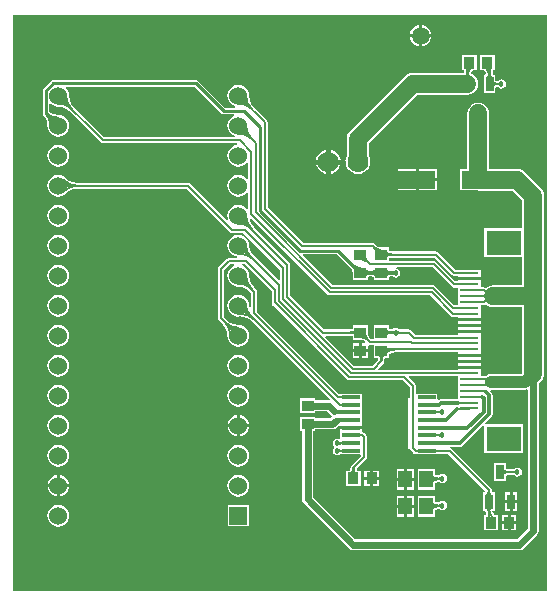
<source format=gtl>
%FSLAX25Y25*%
%MOIN*%
G70*
G01*
G75*
G04 Layer_Physical_Order=1*
G04 Layer_Color=255*
%ADD10C,0.00800*%
%ADD11C,0.01000*%
%ADD12R,0.05906X0.01181*%
%ADD13R,0.11811X0.15748*%
%ADD14R,0.02756X0.04921*%
%ADD15R,0.04567X0.05787*%
%ADD16R,0.03858X0.03661*%
%ADD17R,0.03661X0.03858*%
%ADD18R,0.11811X0.05906*%
%ADD19R,0.11811X0.08268*%
%ADD20R,0.06299X0.00787*%
%ADD21C,0.01600*%
%ADD22C,0.06000*%
%ADD23C,0.04000*%
%ADD24C,0.02400*%
%ADD25C,0.01200*%
%ADD26R,0.13106X0.17374*%
%ADD27C,0.05906*%
%ADD28C,0.06000*%
%ADD29R,0.06000X0.06000*%
%ADD30C,0.07000*%
%ADD31C,0.01800*%
G36*
X278987Y111013D02*
X101013D01*
Y302987D01*
X278987D01*
Y111013D01*
D02*
G37*
%LPC*%
G36*
X176500Y169565D02*
Y166500D01*
X179565D01*
X179507Y166940D01*
X179145Y167815D01*
X178568Y168568D01*
X177815Y169145D01*
X176940Y169507D01*
X176500Y169565D01*
D02*
G37*
G36*
X116000Y179631D02*
X115060Y179507D01*
X114184Y179145D01*
X113432Y178568D01*
X112855Y177815D01*
X112493Y176940D01*
X112369Y176000D01*
X112493Y175060D01*
X112855Y174185D01*
X113432Y173432D01*
X114184Y172855D01*
X115060Y172493D01*
X116000Y172369D01*
X116940Y172493D01*
X117815Y172855D01*
X118568Y173432D01*
X119145Y174185D01*
X119507Y175060D01*
X119631Y176000D01*
X119507Y176940D01*
X119145Y177815D01*
X118568Y178568D01*
X117815Y179145D01*
X116940Y179507D01*
X116000Y179631D01*
D02*
G37*
G36*
X175500Y169565D02*
X175060Y169507D01*
X174185Y169145D01*
X173432Y168568D01*
X172855Y167815D01*
X172493Y166940D01*
X172435Y166500D01*
X175500D01*
Y169565D01*
D02*
G37*
G36*
Y165500D02*
X172435D01*
X172493Y165060D01*
X172855Y164184D01*
X173432Y163432D01*
X174185Y162855D01*
X175060Y162493D01*
X175500Y162435D01*
Y165500D01*
D02*
G37*
G36*
X179565D02*
X176500D01*
Y162435D01*
X176940Y162493D01*
X177815Y162855D01*
X178568Y163432D01*
X179145Y164184D01*
X179507Y165060D01*
X179565Y165500D01*
D02*
G37*
G36*
X116000Y199631D02*
X115060Y199507D01*
X114184Y199145D01*
X113432Y198568D01*
X112855Y197816D01*
X112493Y196940D01*
X112369Y196000D01*
X112493Y195060D01*
X112855Y194185D01*
X113432Y193432D01*
X114184Y192855D01*
X115060Y192493D01*
X116000Y192369D01*
X116940Y192493D01*
X117815Y192855D01*
X118568Y193432D01*
X119145Y194185D01*
X119507Y195060D01*
X119631Y196000D01*
X119507Y196940D01*
X119145Y197816D01*
X118568Y198568D01*
X117815Y199145D01*
X116940Y199507D01*
X116000Y199631D01*
D02*
G37*
G36*
Y209631D02*
X115060Y209507D01*
X114184Y209145D01*
X113432Y208568D01*
X112855Y207816D01*
X112493Y206940D01*
X112369Y206000D01*
X112493Y205060D01*
X112855Y204185D01*
X113432Y203432D01*
X114184Y202855D01*
X115060Y202493D01*
X116000Y202369D01*
X116940Y202493D01*
X117815Y202855D01*
X118568Y203432D01*
X119145Y204185D01*
X119507Y205060D01*
X119631Y206000D01*
X119507Y206940D01*
X119145Y207816D01*
X118568Y208568D01*
X117815Y209145D01*
X116940Y209507D01*
X116000Y209631D01*
D02*
G37*
G36*
X176000Y189631D02*
X175060Y189507D01*
X174185Y189145D01*
X173432Y188568D01*
X172855Y187815D01*
X172493Y186940D01*
X172369Y186000D01*
X172493Y185060D01*
X172855Y184185D01*
X173432Y183432D01*
X174185Y182855D01*
X175060Y182493D01*
X176000Y182369D01*
X176940Y182493D01*
X177815Y182855D01*
X178568Y183432D01*
X179145Y184185D01*
X179507Y185060D01*
X179631Y186000D01*
X179507Y186940D01*
X179145Y187815D01*
X178568Y188568D01*
X177815Y189145D01*
X176940Y189507D01*
X176000Y189631D01*
D02*
G37*
G36*
Y179631D02*
X175060Y179507D01*
X174185Y179145D01*
X173432Y178568D01*
X172855Y177815D01*
X172493Y176940D01*
X172369Y176000D01*
X172493Y175060D01*
X172855Y174185D01*
X173432Y173432D01*
X174185Y172855D01*
X175060Y172493D01*
X176000Y172369D01*
X176940Y172493D01*
X177815Y172855D01*
X178568Y173432D01*
X179145Y174185D01*
X179507Y175060D01*
X179631Y176000D01*
X179507Y176940D01*
X179145Y177815D01*
X178568Y178568D01*
X177815Y179145D01*
X176940Y179507D01*
X176000Y179631D01*
D02*
G37*
G36*
X116000Y189631D02*
X115060Y189507D01*
X114184Y189145D01*
X113432Y188568D01*
X112855Y187815D01*
X112493Y186940D01*
X112369Y186000D01*
X112493Y185060D01*
X112855Y184185D01*
X113432Y183432D01*
X114184Y182855D01*
X115060Y182493D01*
X116000Y182369D01*
X116940Y182493D01*
X117815Y182855D01*
X118568Y183432D01*
X119145Y184185D01*
X119507Y185060D01*
X119631Y186000D01*
X119507Y186940D01*
X119145Y187815D01*
X118568Y188568D01*
X117815Y189145D01*
X116940Y189507D01*
X116000Y189631D01*
D02*
G37*
G36*
X115500Y145500D02*
X112435D01*
X112493Y145060D01*
X112855Y144185D01*
X113432Y143432D01*
X114184Y142855D01*
X115060Y142493D01*
X115500Y142435D01*
Y145500D01*
D02*
G37*
G36*
X119565D02*
X116500D01*
Y142435D01*
X116940Y142493D01*
X117815Y142855D01*
X118568Y143432D01*
X119145Y144185D01*
X119507Y145060D01*
X119565Y145500D01*
D02*
G37*
G36*
X176000Y149631D02*
X175060Y149507D01*
X174185Y149145D01*
X173432Y148568D01*
X172855Y147816D01*
X172493Y146940D01*
X172369Y146000D01*
X172493Y145060D01*
X172855Y144185D01*
X173432Y143432D01*
X174185Y142855D01*
X175060Y142493D01*
X176000Y142369D01*
X176940Y142493D01*
X177815Y142855D01*
X178568Y143432D01*
X179145Y144185D01*
X179507Y145060D01*
X179631Y146000D01*
X179507Y146940D01*
X179145Y147816D01*
X178568Y148568D01*
X177815Y149145D01*
X176940Y149507D01*
X176000Y149631D01*
D02*
G37*
G36*
X116000Y139631D02*
X115060Y139507D01*
X114184Y139145D01*
X113432Y138568D01*
X112855Y137815D01*
X112493Y136940D01*
X112369Y136000D01*
X112493Y135060D01*
X112855Y134185D01*
X113432Y133432D01*
X114184Y132855D01*
X115060Y132493D01*
X116000Y132369D01*
X116940Y132493D01*
X117815Y132855D01*
X118568Y133432D01*
X119145Y134185D01*
X119507Y135060D01*
X119631Y136000D01*
X119507Y136940D01*
X119145Y137815D01*
X118568Y138568D01*
X117815Y139145D01*
X116940Y139507D01*
X116000Y139631D01*
D02*
G37*
G36*
X179600Y139600D02*
X172400D01*
Y132400D01*
X179600D01*
Y139600D01*
D02*
G37*
G36*
X176000Y159631D02*
X175060Y159507D01*
X174185Y159145D01*
X173432Y158568D01*
X172855Y157816D01*
X172493Y156940D01*
X172369Y156000D01*
X172493Y155060D01*
X172855Y154184D01*
X173432Y153432D01*
X174185Y152855D01*
X175060Y152493D01*
X176000Y152369D01*
X176940Y152493D01*
X177815Y152855D01*
X178568Y153432D01*
X179145Y154184D01*
X179507Y155060D01*
X179631Y156000D01*
X179507Y156940D01*
X179145Y157816D01*
X178568Y158568D01*
X177815Y159145D01*
X176940Y159507D01*
X176000Y159631D01*
D02*
G37*
G36*
X116000Y169631D02*
X115060Y169507D01*
X114184Y169145D01*
X113432Y168568D01*
X112855Y167815D01*
X112493Y166940D01*
X112369Y166000D01*
X112493Y165060D01*
X112855Y164184D01*
X113432Y163432D01*
X114184Y162855D01*
X115060Y162493D01*
X116000Y162369D01*
X116940Y162493D01*
X117815Y162855D01*
X118568Y163432D01*
X119145Y164184D01*
X119507Y165060D01*
X119631Y166000D01*
X119507Y166940D01*
X119145Y167815D01*
X118568Y168568D01*
X117815Y169145D01*
X116940Y169507D01*
X116000Y169631D01*
D02*
G37*
G36*
Y159631D02*
X115060Y159507D01*
X114184Y159145D01*
X113432Y158568D01*
X112855Y157816D01*
X112493Y156940D01*
X112369Y156000D01*
X112493Y155060D01*
X112855Y154184D01*
X113432Y153432D01*
X114184Y152855D01*
X115060Y152493D01*
X116000Y152369D01*
X116940Y152493D01*
X117815Y152855D01*
X118568Y153432D01*
X119145Y154184D01*
X119507Y155060D01*
X119631Y156000D01*
X119507Y156940D01*
X119145Y157816D01*
X118568Y158568D01*
X117815Y159145D01*
X116940Y159507D01*
X116000Y159631D01*
D02*
G37*
G36*
X115500Y149565D02*
X115060Y149507D01*
X114184Y149145D01*
X113432Y148568D01*
X112855Y147816D01*
X112493Y146940D01*
X112435Y146500D01*
X115500D01*
Y149565D01*
D02*
G37*
G36*
X116500D02*
Y146500D01*
X119565D01*
X119507Y146940D01*
X119145Y147816D01*
X118568Y148568D01*
X117815Y149145D01*
X116940Y149507D01*
X116500Y149565D01*
D02*
G37*
G36*
X242269Y251553D02*
X236264D01*
Y248500D01*
X242269D01*
Y251553D01*
D02*
G37*
G36*
X205500Y253500D02*
X201930D01*
X202006Y252930D01*
X202419Y251932D01*
X203076Y251076D01*
X203932Y250419D01*
X204930Y250006D01*
X205500Y249931D01*
Y253500D01*
D02*
G37*
G36*
X210069D02*
X206500D01*
Y249931D01*
X207070Y250006D01*
X208068Y250419D01*
X208924Y251076D01*
X209581Y251932D01*
X209995Y252930D01*
X210069Y253500D01*
D02*
G37*
G36*
X235264Y247500D02*
X229258D01*
Y244447D01*
X235264D01*
Y247500D01*
D02*
G37*
G36*
X242269D02*
X236264D01*
Y244447D01*
X242269D01*
Y247500D01*
D02*
G37*
G36*
X235264Y251553D02*
X229258D01*
Y248500D01*
X235264D01*
Y251553D01*
D02*
G37*
G36*
X116000Y259631D02*
X115060Y259507D01*
X114184Y259145D01*
X113432Y258568D01*
X112855Y257816D01*
X112493Y256940D01*
X112369Y256000D01*
X112493Y255060D01*
X112855Y254185D01*
X113432Y253432D01*
X114184Y252855D01*
X115060Y252493D01*
X116000Y252369D01*
X116940Y252493D01*
X117815Y252855D01*
X118568Y253432D01*
X119145Y254185D01*
X119507Y255060D01*
X119631Y256000D01*
X119507Y256940D01*
X119145Y257816D01*
X118568Y258568D01*
X117815Y259145D01*
X116940Y259507D01*
X116000Y259631D01*
D02*
G37*
G36*
X236300Y295500D02*
X233282D01*
X233339Y295073D01*
X233697Y294208D01*
X234266Y293466D01*
X235008Y292897D01*
X235873Y292539D01*
X236300Y292482D01*
Y295500D01*
D02*
G37*
G36*
X255399Y289529D02*
X250538D01*
Y284471D01*
X251240D01*
Y283843D01*
X251217Y283668D01*
D01*
Y283668D01*
X251101Y283552D01*
X234121D01*
X233182Y283429D01*
X232306Y283066D01*
X231554Y282489D01*
X213275Y264210D01*
X212698Y263458D01*
X212335Y262582D01*
X212211Y261643D01*
Y255948D01*
X211848Y255070D01*
X211707Y254000D01*
X211848Y252930D01*
X212261Y251932D01*
X212918Y251076D01*
X213775Y250419D01*
X214772Y250006D01*
X215843Y249865D01*
X216913Y250006D01*
X217910Y250419D01*
X218767Y251076D01*
X219424Y251932D01*
X219837Y252930D01*
X219978Y254000D01*
X219837Y255070D01*
X219474Y255948D01*
Y260139D01*
X235625Y276290D01*
X252260D01*
X253200Y276414D01*
X254075Y276777D01*
X254185Y276861D01*
X254238D01*
Y276901D01*
X254827Y277354D01*
X255404Y278106D01*
X255767Y278981D01*
X255891Y279921D01*
X255767Y280861D01*
X255404Y281737D01*
X254827Y282489D01*
X254238Y282941D01*
Y282982D01*
X254185D01*
X254075Y283066D01*
X253879Y283147D01*
X253688Y283609D01*
X253920Y284169D01*
X254152Y284471D01*
X255399D01*
Y289529D01*
D02*
G37*
G36*
X161900Y281222D02*
X161900Y281222D01*
X114302D01*
X114302Y281222D01*
X113873Y281136D01*
X113509Y280893D01*
X111107Y278491D01*
X110864Y278128D01*
X110778Y277698D01*
X110778Y277698D01*
Y270100D01*
X110778Y270100D01*
X110864Y269671D01*
X111107Y269307D01*
X111107Y269307D01*
D01*
X111100Y269300D01*
X111164Y269247D01*
X111806Y268410D01*
X112242Y267358D01*
X112391Y266230D01*
X112374Y266104D01*
X112374D01*
X112381Y266096D01*
X112369Y266000D01*
X112493Y265060D01*
X112855Y264184D01*
X113432Y263433D01*
X114184Y262855D01*
X115060Y262493D01*
X116000Y262369D01*
X116940Y262493D01*
X117815Y262855D01*
X118568Y263433D01*
X119145Y264184D01*
X119507Y265060D01*
X119631Y266000D01*
X119507Y266940D01*
X119145Y267815D01*
X118568Y268567D01*
X117815Y269145D01*
X116940Y269507D01*
X116000Y269631D01*
X115904Y269619D01*
X115896Y269626D01*
Y269626D01*
X115770Y269609D01*
X114642Y269758D01*
X113590Y270194D01*
X113022Y270630D01*
Y273183D01*
X113470Y273404D01*
X114184Y272855D01*
X115060Y272493D01*
X116000Y272369D01*
X116099Y272382D01*
X117365Y272216D01*
X118636Y271689D01*
X119623Y270932D01*
X119706Y270830D01*
X119718Y270841D01*
X130179Y260379D01*
X130510Y260158D01*
X130900Y260080D01*
X175591D01*
X175623Y259581D01*
X175060Y259507D01*
X174185Y259145D01*
X173432Y258568D01*
X172855Y257816D01*
X172493Y256940D01*
X172369Y256000D01*
X172493Y255060D01*
X172855Y254185D01*
X173432Y253432D01*
X174185Y252855D01*
X175060Y252493D01*
X176000Y252369D01*
X176940Y252493D01*
X177815Y252855D01*
X178568Y253432D01*
X178887Y253849D01*
X179360Y253688D01*
Y248312D01*
X178887Y248151D01*
X178568Y248568D01*
X177815Y249145D01*
X176940Y249507D01*
X176000Y249631D01*
X175060Y249507D01*
X174185Y249145D01*
X173432Y248568D01*
X172855Y247815D01*
X172493Y246940D01*
X172369Y246000D01*
X172493Y245060D01*
X172855Y244184D01*
X173432Y243432D01*
X174185Y242855D01*
X175060Y242493D01*
X176000Y242369D01*
X176940Y242493D01*
X177815Y242855D01*
X178568Y243432D01*
X178887Y243848D01*
X179360Y243688D01*
Y238312D01*
X178887Y238152D01*
X178568Y238567D01*
X177815Y239145D01*
X176940Y239507D01*
X176000Y239631D01*
X175060Y239507D01*
X174185Y239145D01*
X173432Y238567D01*
X172855Y237815D01*
X172493Y236940D01*
X172369Y236000D01*
X172493Y235060D01*
X172717Y234518D01*
X172301Y234241D01*
X159821Y246721D01*
X159490Y246942D01*
X159100Y247020D01*
X122277D01*
Y247035D01*
X122145Y247022D01*
X120912Y247184D01*
X119641Y247711D01*
X118629Y248488D01*
X118568Y248568D01*
X117815Y249145D01*
X116940Y249507D01*
X116000Y249631D01*
X115060Y249507D01*
X114184Y249145D01*
X113432Y248568D01*
X112855Y247815D01*
X112493Y246940D01*
X112369Y246000D01*
X112493Y245060D01*
X112855Y244184D01*
X113432Y243432D01*
X114184Y242855D01*
X115060Y242493D01*
X116000Y242369D01*
X116940Y242493D01*
X117815Y242855D01*
X118568Y243432D01*
X118629Y243512D01*
X119641Y244289D01*
X120912Y244815D01*
X122145Y244978D01*
X122277Y244965D01*
Y244980D01*
X158678D01*
X173179Y230479D01*
X173510Y230258D01*
X173900Y230180D01*
X177678D01*
X189880Y217978D01*
Y214709D01*
X189418Y214518D01*
X182003Y221933D01*
X182019Y221948D01*
X181850Y222087D01*
X180786Y223150D01*
X180160Y223966D01*
X179754Y224947D01*
X179623Y225940D01*
X179631Y226000D01*
X179507Y226940D01*
X179145Y227816D01*
X178568Y228568D01*
X177815Y229145D01*
X176940Y229507D01*
X176000Y229631D01*
X175060Y229507D01*
X174185Y229145D01*
X173432Y228568D01*
X172855Y227816D01*
X172493Y226940D01*
X172369Y226000D01*
X172493Y225060D01*
X172855Y224184D01*
X173432Y223432D01*
X174185Y222855D01*
X175060Y222493D01*
X175623Y222418D01*
X175591Y221920D01*
X172800D01*
X172410Y221842D01*
X172079Y221621D01*
X169379Y218921D01*
X169158Y218590D01*
X169080Y218200D01*
Y201900D01*
X169080Y201900D01*
X169080D01*
X169158Y201510D01*
X169379Y201179D01*
X170841Y199717D01*
X170829Y199706D01*
X170932Y199622D01*
X171689Y198636D01*
X172215Y197364D01*
X172382Y196099D01*
X172369Y196000D01*
X172493Y195060D01*
X172855Y194185D01*
X173432Y193432D01*
X174185Y192855D01*
X175060Y192493D01*
X176000Y192369D01*
X176940Y192493D01*
X177815Y192855D01*
X178568Y193432D01*
X179145Y194185D01*
X179507Y195060D01*
X179631Y196000D01*
X179507Y196940D01*
X179145Y197816D01*
X178568Y198568D01*
X177815Y199145D01*
X176940Y199507D01*
X176000Y199631D01*
X175901Y199618D01*
X174636Y199785D01*
X173364Y200311D01*
X172378Y201068D01*
X172293Y201170D01*
X172283Y201159D01*
X171120Y202322D01*
Y217778D01*
X173222Y219880D01*
X174679D01*
X174777Y219390D01*
X174185Y219145D01*
X173432Y218567D01*
X172855Y217815D01*
X172493Y216940D01*
X172369Y216000D01*
X172493Y215060D01*
X172855Y214184D01*
X173432Y213433D01*
X174185Y212855D01*
X175060Y212493D01*
X176000Y212369D01*
X176099Y212382D01*
X177365Y212215D01*
X178636Y211689D01*
X179622Y210932D01*
X179707Y210829D01*
X179718Y210841D01*
X180280Y210278D01*
Y205152D01*
X180108Y205118D01*
X179701Y205409D01*
X179627Y205972D01*
X179631Y206000D01*
X179507Y206940D01*
X179145Y207816D01*
X178568Y208568D01*
X177815Y209145D01*
X176940Y209507D01*
X176000Y209631D01*
X175060Y209507D01*
X174185Y209145D01*
X173432Y208568D01*
X172855Y207816D01*
X172493Y206940D01*
X172369Y206000D01*
X172493Y205060D01*
X172855Y204185D01*
X173432Y203432D01*
X174185Y202855D01*
X175060Y202493D01*
X176000Y202369D01*
X176073Y202379D01*
X177451Y202243D01*
X178846Y201820D01*
X180131Y201133D01*
X181215Y200243D01*
X206472Y174986D01*
X206397Y174608D01*
X206338Y174467D01*
X201629D01*
Y175062D01*
X196571D01*
Y170201D01*
X201629D01*
Y170796D01*
X205608D01*
X206702Y169702D01*
X206755Y169667D01*
X207129Y169107D01*
X207146Y168941D01*
X206608Y168404D01*
X201629D01*
Y168999D01*
X196571D01*
Y164138D01*
X197265D01*
Y141400D01*
X197381Y140814D01*
X197404Y140698D01*
X197802Y140102D01*
X212902Y125002D01*
X213300Y124736D01*
X213498Y124604D01*
X214200Y124465D01*
X269700D01*
X270286Y124581D01*
X270402Y124604D01*
X270998Y125002D01*
X275621Y129625D01*
X276018Y130220D01*
X276042Y130337D01*
X276158Y130923D01*
Y180193D01*
X276890Y180755D01*
X277467Y181507D01*
X277830Y182383D01*
X277954Y183323D01*
Y209100D01*
Y242677D01*
X277954Y242677D01*
X277830Y243617D01*
X277574Y244236D01*
X277467Y244493D01*
X276890Y245245D01*
X276890Y245245D01*
X276890D01*
X276890Y245245D01*
Y245245D01*
X271568Y250568D01*
D01*
X271568Y250568D01*
D01*
D01*
D01*
X271568Y250568D01*
X271568Y250568D01*
X270815Y251145D01*
X269940Y251507D01*
X269000Y251631D01*
X259631D01*
Y270079D01*
X259507Y271019D01*
X259145Y271894D01*
X258568Y272646D01*
X257978Y273099D01*
Y273139D01*
X257925D01*
X257816Y273223D01*
X256940Y273586D01*
X256000Y273710D01*
X255060Y273586D01*
X254185Y273223D01*
X254075Y273139D01*
X254022D01*
Y273099D01*
X253432Y272646D01*
X252855Y271894D01*
X252493Y271019D01*
X252369Y270079D01*
Y251553D01*
X249731D01*
Y244447D01*
X255641D01*
X256236Y244369D01*
X267496D01*
X270692Y241173D01*
Y231773D01*
X257912D01*
Y222305D01*
X270692D01*
Y212731D01*
X261000D01*
X260060Y212607D01*
X259185Y212245D01*
X258569Y211773D01*
X258526Y211816D01*
X258196Y212036D01*
X257805Y212114D01*
X256750D01*
Y214038D01*
Y214531D01*
X249250D01*
Y214083D01*
X248359D01*
X241922Y220520D01*
X241591Y220741D01*
X241201Y220819D01*
X226129D01*
Y221785D01*
X226214Y221842D01*
X227045Y222007D01*
X227152Y221993D01*
Y222012D01*
X241546D01*
X247279Y216279D01*
X247610Y216058D01*
X248000Y215980D01*
X249250D01*
Y215531D01*
X256750D01*
Y216006D01*
Y217994D01*
X253130D01*
X253000Y218020D01*
X248422D01*
X242689Y223752D01*
X242359Y223973D01*
X241968Y224051D01*
X227152D01*
Y224070D01*
X227045Y224056D01*
X226214Y224221D01*
X226129Y224278D01*
Y225462D01*
X223600D01*
X223502Y225482D01*
Y225482D01*
X223490Y225472D01*
X222656Y225638D01*
X221991Y226082D01*
X221823Y226251D01*
X221725Y226378D01*
X221711Y226363D01*
X221490Y226583D01*
X221160Y226804D01*
X220769Y226882D01*
X197660D01*
X185800Y238742D01*
Y267220D01*
X185722Y267610D01*
X185501Y267941D01*
X181159Y272283D01*
X181170Y272293D01*
X181068Y272377D01*
X180311Y273364D01*
X179785Y274636D01*
X179618Y275901D01*
X179631Y276000D01*
X179507Y276940D01*
X179145Y277816D01*
X178568Y278568D01*
X177815Y279145D01*
X176940Y279507D01*
X176000Y279631D01*
X175060Y279507D01*
X174185Y279145D01*
X173432Y278568D01*
X172855Y277816D01*
X172493Y276940D01*
X172369Y276000D01*
X172493Y275060D01*
X172855Y274184D01*
X173432Y273432D01*
X174185Y272855D01*
X175014Y272512D01*
X174916Y272022D01*
X171565D01*
X162693Y280893D01*
X162329Y281136D01*
X161900Y281222D01*
D02*
G37*
G36*
X205500Y258069D02*
X204930Y257995D01*
X203932Y257581D01*
X203076Y256924D01*
X202419Y256068D01*
X202006Y255070D01*
X201930Y254500D01*
X205500D01*
Y258069D01*
D02*
G37*
G36*
X206500D02*
Y254500D01*
X210069D01*
X209995Y255070D01*
X209581Y256068D01*
X208924Y256924D01*
X208068Y257581D01*
X207070Y257995D01*
X206500Y258069D01*
D02*
G37*
G36*
X261462Y289529D02*
X256601D01*
Y284471D01*
X257849D01*
X258080Y284169D01*
X258400Y283398D01*
X258122Y282982D01*
X257762D01*
Y276861D01*
X261718D01*
Y278548D01*
X262090Y278874D01*
X262123D01*
X262152Y278870D01*
Y278870D01*
X262486D01*
X262493Y278863D01*
Y278863D01*
D01*
D01*
D01*
D01*
D01*
Y278863D01*
D01*
D01*
X262493D01*
X262493Y278863D01*
X262493Y278857D01*
D01*
D01*
X262494Y278857D01*
D01*
X262494D01*
X262494D01*
D01*
X262503Y278859D01*
X262613Y278813D01*
X262613D01*
D01*
D01*
D01*
D01*
D01*
X262619Y278819D01*
D01*
X263115Y278487D01*
X263700Y278371D01*
X264285Y278487D01*
X264781Y278819D01*
X265113Y279315D01*
X265229Y279900D01*
X265113Y280485D01*
X264781Y280981D01*
X264285Y281313D01*
X263700Y281429D01*
X263115Y281313D01*
X262619Y280981D01*
X262615Y280985D01*
X262613Y280987D01*
D01*
D01*
D01*
X262503Y280941D01*
X262494Y280943D01*
X262494Y280943D01*
D01*
X262494D01*
D01*
D01*
X262493Y280943D01*
Y280943D01*
D01*
D01*
X262493Y280937D01*
X262493Y280937D01*
D01*
D01*
X262493Y280937D01*
X262479Y280923D01*
X262153D01*
Y280923D01*
X262152Y280923D01*
X261718Y281009D01*
Y282982D01*
X261098D01*
X260768Y283358D01*
X260769Y283365D01*
X260769D01*
Y283654D01*
X260783Y283668D01*
X260783D01*
X260760Y283843D01*
Y284471D01*
X261462D01*
Y289529D01*
D02*
G37*
G36*
X116000Y219631D02*
X115060Y219507D01*
X114184Y219145D01*
X113432Y218567D01*
X112855Y217815D01*
X112493Y216940D01*
X112369Y216000D01*
X112493Y215060D01*
X112855Y214184D01*
X113432Y213433D01*
X114184Y212855D01*
X115060Y212493D01*
X116000Y212369D01*
X116940Y212493D01*
X117815Y212855D01*
X118568Y213433D01*
X119145Y214184D01*
X119507Y215060D01*
X119631Y216000D01*
X119507Y216940D01*
X119145Y217815D01*
X118568Y218567D01*
X117815Y219145D01*
X116940Y219507D01*
X116000Y219631D01*
D02*
G37*
G36*
X236300Y299518D02*
X235873Y299461D01*
X235008Y299103D01*
X234266Y298534D01*
X233697Y297792D01*
X233339Y296927D01*
X233282Y296500D01*
X236300D01*
Y299518D01*
D02*
G37*
G36*
X240318Y295500D02*
X237300D01*
Y292482D01*
X237727Y292539D01*
X238592Y292897D01*
X239334Y293466D01*
X239903Y294208D01*
X240261Y295073D01*
X240318Y295500D01*
D02*
G37*
G36*
X116000Y229631D02*
X115060Y229507D01*
X114184Y229145D01*
X113432Y228568D01*
X112855Y227816D01*
X112493Y226940D01*
X112369Y226000D01*
X112493Y225060D01*
X112855Y224184D01*
X113432Y223432D01*
X114184Y222855D01*
X115060Y222493D01*
X116000Y222369D01*
X116940Y222493D01*
X117815Y222855D01*
X118568Y223432D01*
X119145Y224184D01*
X119507Y225060D01*
X119631Y226000D01*
X119507Y226940D01*
X119145Y227816D01*
X118568Y228568D01*
X117815Y229145D01*
X116940Y229507D01*
X116000Y229631D01*
D02*
G37*
G36*
X237300Y299518D02*
Y296500D01*
X240318D01*
X240261Y296927D01*
X239903Y297792D01*
X239334Y298534D01*
X238592Y299103D01*
X237727Y299461D01*
X237300Y299518D01*
D02*
G37*
G36*
X116000Y239631D02*
X115060Y239507D01*
X114184Y239145D01*
X113432Y238567D01*
X112855Y237815D01*
X112493Y236940D01*
X112369Y236000D01*
X112493Y235060D01*
X112855Y234185D01*
X113432Y233433D01*
X114184Y232855D01*
X115060Y232493D01*
X116000Y232369D01*
X116940Y232493D01*
X117815Y232855D01*
X118568Y233433D01*
X119145Y234185D01*
X119507Y235060D01*
X119631Y236000D01*
X119507Y236940D01*
X119145Y237815D01*
X118568Y238567D01*
X117815Y239145D01*
X116940Y239507D01*
X116000Y239631D01*
D02*
G37*
%LPD*%
G36*
X213367Y218615D02*
X213367Y218615D01*
D01*
X213426Y218556D01*
X213887Y217866D01*
X214063Y216985D01*
X214049Y216968D01*
X214049D01*
X214071Y216860D01*
Y214538D01*
X219129D01*
Y215703D01*
X219828Y215842D01*
X219911Y215831D01*
Y215831D01*
X219911D01*
X219911Y215831D01*
X220289D01*
Y215831D01*
X220373Y215842D01*
X221071Y215703D01*
Y214538D01*
X226129D01*
Y215663D01*
X226709Y215778D01*
X226942D01*
X227076Y215761D01*
Y215778D01*
X227329D01*
X227434Y215735D01*
Y215735D01*
X227440Y215738D01*
X227815Y215487D01*
X228400Y215371D01*
X228985Y215487D01*
X229481Y215819D01*
X229813Y216315D01*
X229929Y216900D01*
X229813Y217485D01*
X229481Y217981D01*
X228985Y218313D01*
X228400Y218429D01*
X228750Y218780D01*
X240778D01*
X247216Y212342D01*
X247547Y212121D01*
X247937Y212043D01*
X249250D01*
Y210101D01*
Y208132D01*
Y206209D01*
X248033D01*
X241721Y212521D01*
X241390Y212742D01*
X241000Y212820D01*
X207480D01*
X197521Y222779D01*
X197712Y223241D01*
X208742D01*
X213367Y218615D01*
D02*
G37*
G36*
X170307Y270107D02*
X170307Y270107D01*
X170671Y269864D01*
Y269864D01*
X170671D01*
Y269864D01*
D01*
D01*
D01*
X170671D01*
Y269864D01*
D01*
X170671Y269864D01*
X170671Y269864D01*
X171100Y269778D01*
X174433D01*
X174531Y269288D01*
X174185Y269145D01*
X173432Y268567D01*
X172855Y267815D01*
X172493Y266940D01*
X172369Y266000D01*
X172493Y265060D01*
X172855Y264184D01*
X173432Y263433D01*
X174185Y262855D01*
X174777Y262610D01*
X174679Y262120D01*
X131322D01*
X121159Y272283D01*
X121170Y272293D01*
X121068Y272377D01*
X120311Y273364D01*
X119784Y274636D01*
X119618Y275901D01*
X119631Y276000D01*
X119507Y276940D01*
X119145Y277816D01*
X118568Y278568D01*
X118707Y278978D01*
X161435D01*
X170307Y270107D01*
D02*
G37*
G36*
X205756Y209679D02*
X206087Y209458D01*
X206477Y209380D01*
X239998D01*
X246879Y202500D01*
D01*
X246879D01*
X246879Y202500D01*
X246879Y202500D01*
X246879D01*
D01*
X246879D01*
X246879Y202500D01*
Y202500D01*
X246879Y202500D01*
Y202500D01*
X247210Y202278D01*
X247600Y202201D01*
X249250D01*
Y201752D01*
X256750D01*
Y202227D01*
Y204195D01*
Y206138D01*
X257958D01*
X258348Y206216D01*
X258614Y206393D01*
X259185Y205955D01*
X260060Y205593D01*
X261000Y205469D01*
X270692D01*
Y183400D01*
X270514Y183222D01*
X260300D01*
X259621Y183133D01*
X258989Y182871D01*
X258594Y182568D01*
X258500Y182587D01*
X256750D01*
Y184510D01*
Y185004D01*
X249250D01*
Y184555D01*
X222915D01*
X222724Y185017D01*
X224421Y186714D01*
X224642Y187045D01*
X224720Y187435D01*
Y187514D01*
X224738D01*
X224724Y187622D01*
X224889Y188452D01*
X224946Y188538D01*
X226229D01*
Y189776D01*
X226345Y189865D01*
X227296Y190259D01*
X228292Y190390D01*
X249250D01*
Y189941D01*
X256750D01*
Y190416D01*
Y192384D01*
Y194353D01*
Y196321D01*
Y196815D01*
X249250D01*
Y196366D01*
X235076D01*
X233689Y197752D01*
X233359Y197974D01*
X232968Y198051D01*
X229654D01*
X229607Y198075D01*
D01*
D01*
D01*
D01*
D01*
X229607Y198075D01*
X229547Y198097D01*
X229487Y198118D01*
X229481Y198113D01*
X228985Y198444D01*
X228400Y198561D01*
X227815Y198444D01*
X227319Y198113D01*
X227315Y198116D01*
X227313Y198118D01*
Y198118D01*
D01*
D01*
D01*
X227313D01*
D01*
D01*
D01*
D01*
D01*
D01*
X227313Y198118D01*
X227313D01*
D01*
X227203Y198073D01*
X227194Y198074D01*
D01*
X227194D01*
D01*
D01*
X227193Y198075D01*
Y198075D01*
D01*
D01*
X227193Y198069D01*
X227193Y198069D01*
D01*
D01*
D01*
D01*
Y198062D01*
X227145Y198056D01*
X226314Y198221D01*
X226229Y198278D01*
Y199462D01*
X221171D01*
Y194819D01*
X220355D01*
X220031Y195142D01*
X220037Y195148D01*
X219613Y195699D01*
X219347Y196342D01*
X219256Y197031D01*
X219249D01*
X219229Y197130D01*
Y199462D01*
X214171D01*
Y198278D01*
X214086Y198221D01*
X213255Y198056D01*
X213147Y198070D01*
Y198051D01*
X204491D01*
X193320Y209222D01*
Y219700D01*
X193242Y220090D01*
X193021Y220421D01*
X181159Y232282D01*
X181170Y232294D01*
X181068Y232378D01*
X180311Y233364D01*
X179785Y234635D01*
X179732Y235034D01*
X180181Y235255D01*
X205756Y209679D01*
D02*
G37*
G36*
X213147Y195993D02*
X213255Y196007D01*
X214086Y195842D01*
X214171Y195785D01*
Y194601D01*
X216700D01*
X216798Y194581D01*
Y194581D01*
X216810Y194591D01*
X217644Y194425D01*
X218159Y194081D01*
X218176Y193581D01*
X217939Y193399D01*
X217200D01*
Y191469D01*
X219229D01*
Y192525D01*
X219616Y192843D01*
X219932Y192780D01*
X221171D01*
Y188538D01*
X222453D01*
X222511Y188452D01*
X222637Y187815D01*
X220778Y185955D01*
X214607D01*
X205012Y195550D01*
X205203Y196012D01*
X213147D01*
Y195993D01*
D02*
G37*
G36*
X187080Y210878D02*
Y207060D01*
X187080Y207060D01*
X187080D01*
X187158Y206670D01*
X187379Y206339D01*
X212304Y181414D01*
D01*
X212304D01*
X212304Y181414D01*
X212304Y181414D01*
X212304D01*
D01*
X212304D01*
X212304Y181414D01*
Y181414D01*
X212304Y181414D01*
Y181414D01*
X212635Y181193D01*
X213025Y181116D01*
X230842D01*
X233180Y178778D01*
Y175074D01*
X232805D01*
Y175074D01*
X226800D01*
Y166599D01*
Y158126D01*
X232805D01*
Y158126D01*
X233255D01*
X233258Y158110D01*
X233479Y157779D01*
X234379Y156879D01*
D01*
X234379Y156879D01*
X234379Y156879D01*
D01*
D01*
D01*
X234379Y156879D01*
Y156879D01*
X234710Y156658D01*
X235100Y156580D01*
X235247D01*
Y156409D01*
X242353D01*
Y156580D01*
X245978D01*
X258357Y144201D01*
X258222Y143876D01*
X258102Y143739D01*
X257482D01*
Y137618D01*
X258102D01*
X258432Y137242D01*
X258431Y137235D01*
X258431D01*
Y136946D01*
X258417Y136932D01*
X258417D01*
X258440Y136757D01*
Y136129D01*
X257738D01*
Y131071D01*
X262599D01*
Y136129D01*
X261351D01*
X261120Y136431D01*
X260634Y137604D01*
X260646Y137618D01*
X261438D01*
Y143739D01*
X260818D01*
X260488Y144115D01*
X260489Y144122D01*
X260479D01*
Y144540D01*
X260402Y144930D01*
X260181Y145261D01*
X247121Y158321D01*
X246790Y158542D01*
X246400Y158620D01*
X246716Y158935D01*
X249786D01*
X250255Y159029D01*
X250651Y159294D01*
X257450Y166092D01*
X257912Y165901D01*
Y156951D01*
X270923D01*
Y166419D01*
X258430D01*
X258238Y166881D01*
X260415Y169057D01*
X260680Y169454D01*
X260773Y169922D01*
Y176150D01*
X260680Y176619D01*
X260415Y177015D01*
X259874Y177556D01*
X260095Y178005D01*
X260300Y177978D01*
X271600D01*
X271600Y177978D01*
X272112Y178045D01*
X272488Y177715D01*
Y131683D01*
X268940Y128135D01*
X214960D01*
X200935Y142160D01*
Y164138D01*
X201629D01*
Y164733D01*
X207368D01*
X207954Y164850D01*
X208071Y164873D01*
X208666Y165271D01*
X209589Y166193D01*
X210050Y166002D01*
Y165777D01*
X217156D01*
Y166292D01*
X217156D01*
D01*
D01*
Y166292D01*
D01*
D01*
X217156Y166468D01*
Y166490D01*
Y166557D01*
Y166578D01*
Y166646D01*
X217156Y166646D01*
D01*
D01*
D01*
X217156Y166821D01*
X217156D01*
D01*
Y166821D01*
X217156D01*
D01*
Y169027D01*
D01*
Y169027D01*
X217156Y169027D01*
Y169205D01*
X217156D01*
Y171586D01*
D01*
Y171586D01*
X217156Y171586D01*
Y171764D01*
X217156D01*
Y174145D01*
D01*
Y174145D01*
X217156Y174145D01*
Y174323D01*
X217156D01*
Y176704D01*
X210050D01*
Y176704D01*
X209618Y176704D01*
X182320Y204002D01*
Y210700D01*
X182242Y211090D01*
X182021Y211421D01*
X181159Y212282D01*
X181170Y212294D01*
X181068Y212378D01*
X180311Y213364D01*
X179785Y214635D01*
X179618Y215901D01*
X179631Y216000D01*
X179507Y216940D01*
X179145Y217815D01*
X178568Y218567D01*
X177815Y219145D01*
X177223Y219390D01*
X177321Y219880D01*
X178078D01*
X187080Y210878D01*
D02*
G37*
G36*
X249250Y180573D02*
Y178605D01*
Y176636D01*
Y174965D01*
X249200Y174924D01*
X243546D01*
X243077Y174830D01*
X242794Y174641D01*
X242388Y174858D01*
X242353Y174893D01*
Y176704D01*
X235573D01*
X235573Y176704D01*
D01*
D01*
X235573Y176704D01*
X235247Y176704D01*
X235220Y176732D01*
Y179200D01*
X235142Y179590D01*
X234921Y179921D01*
X232788Y182054D01*
X232979Y182516D01*
X249250D01*
Y180573D01*
D02*
G37*
%LPC*%
G36*
X266440Y143739D02*
X264962D01*
Y141179D01*
X266440D01*
Y143739D01*
D02*
G37*
G36*
X234579Y142694D02*
X232196D01*
Y139700D01*
X234579D01*
Y142694D01*
D02*
G37*
G36*
X268918Y143739D02*
X267440D01*
Y141179D01*
X268918D01*
Y143739D01*
D02*
G37*
G36*
X265732Y133100D02*
X263801D01*
Y131071D01*
X265732D01*
Y133100D01*
D02*
G37*
G36*
X231196Y138700D02*
X228813D01*
Y135706D01*
X231196D01*
Y138700D01*
D02*
G37*
G36*
X266440Y140179D02*
X264962D01*
Y137618D01*
X266440D01*
Y140179D01*
D02*
G37*
G36*
X268662Y136129D02*
X266732D01*
Y134100D01*
X268662D01*
Y136129D01*
D02*
G37*
G36*
X265732D02*
X263801D01*
Y134100D01*
X265732D01*
Y136129D01*
D02*
G37*
G36*
X234579Y138700D02*
X232196D01*
Y135706D01*
X234579D01*
Y138700D01*
D02*
G37*
G36*
X241587Y142694D02*
X235821D01*
Y135706D01*
X241587D01*
Y137777D01*
X242490Y138151D01*
X242932Y138209D01*
X243415Y137887D01*
X244000Y137771D01*
X244585Y137887D01*
X245081Y138219D01*
X245413Y138715D01*
X245529Y139300D01*
X245413Y139885D01*
X245081Y140381D01*
X244585Y140713D01*
X244000Y140829D01*
X243415Y140713D01*
X242919Y140381D01*
X242913Y140387D01*
X242819Y140348D01*
X242186Y140431D01*
X241587Y140679D01*
Y142694D01*
D02*
G37*
G36*
X231196D02*
X228813D01*
Y139700D01*
X231196D01*
Y142694D01*
D02*
G37*
G36*
X268662Y133100D02*
X266732D01*
Y131071D01*
X268662D01*
Y133100D01*
D02*
G37*
G36*
X268918Y140179D02*
X267440D01*
Y137618D01*
X268918D01*
Y140179D01*
D02*
G37*
G36*
X231196Y147700D02*
X228813D01*
Y144706D01*
X231196D01*
Y147700D01*
D02*
G37*
G36*
X256750Y186972D02*
X249250D01*
Y186479D01*
Y186004D01*
X256750D01*
Y186479D01*
Y186972D01*
D02*
G37*
G36*
Y188941D02*
X249250D01*
Y188447D01*
Y187972D01*
X256750D01*
Y188447D01*
Y188941D01*
D02*
G37*
G36*
X217156Y164777D02*
X210050D01*
Y164262D01*
X210050Y164262D01*
X210050D01*
X210050Y164087D01*
Y163909D01*
D01*
D01*
D01*
X210050D01*
D01*
Y161732D01*
X209609Y161497D01*
X209585Y161513D01*
X209000Y161629D01*
X208415Y161513D01*
X207919Y161181D01*
X207587Y160685D01*
X207471Y160100D01*
X207587Y159515D01*
X207919Y159019D01*
Y158681D01*
X207587Y158185D01*
X207471Y157600D01*
X207587Y157015D01*
X207919Y156519D01*
X208415Y156187D01*
X209000Y156071D01*
X209585Y156187D01*
X209977Y156449D01*
X210050Y156409D01*
Y156409D01*
X210050Y156409D01*
X216714D01*
X216906Y155947D01*
X213648Y152690D01*
X213426Y152359D01*
X213349Y151969D01*
Y151968D01*
X213332D01*
X213344Y151878D01*
X213191Y151109D01*
X213138Y151029D01*
X211938D01*
Y145971D01*
X216799D01*
Y151029D01*
X215599D01*
X215546Y151109D01*
X215447Y151606D01*
X218721Y154879D01*
X218942Y155210D01*
X219020Y155600D01*
Y162100D01*
X218942Y162490D01*
X218721Y162821D01*
X218103Y163439D01*
X217772Y163660D01*
X217382Y163738D01*
X217156D01*
Y163909D01*
D01*
X217156Y163909D01*
D01*
D01*
Y164087D01*
X217156Y164214D01*
X217156Y164262D01*
X217156D01*
D01*
Y164262D01*
X217156D01*
D01*
Y164777D01*
D02*
G37*
G36*
X225800Y175074D02*
X219795D01*
Y167100D01*
X225800D01*
Y175074D01*
D02*
G37*
G36*
X216200Y190469D02*
X214171D01*
Y188538D01*
X216200D01*
Y190469D01*
D02*
G37*
G36*
X256750Y198784D02*
X249250D01*
Y198290D01*
Y197815D01*
X256750D01*
Y198290D01*
Y198784D01*
D02*
G37*
G36*
Y200752D02*
X249250D01*
Y200258D01*
Y199784D01*
X256750D01*
Y200258D01*
Y200752D01*
D02*
G37*
G36*
X219229Y190469D02*
X217200D01*
Y188538D01*
X219229D01*
Y190469D01*
D02*
G37*
G36*
X216200Y193399D02*
X214171D01*
Y191469D01*
X216200D01*
Y193399D01*
D02*
G37*
G36*
X225800Y166100D02*
X219795D01*
Y158126D01*
X225800D01*
Y166100D01*
D02*
G37*
G36*
X222862Y148000D02*
X220932D01*
Y145971D01*
X222862D01*
Y148000D01*
D02*
G37*
G36*
X241587Y151694D02*
X235821D01*
Y144706D01*
X241587D01*
Y146777D01*
X242490Y147151D01*
X242932Y147209D01*
X243415Y146887D01*
X244000Y146771D01*
X244585Y146887D01*
X245081Y147219D01*
X245413Y147715D01*
X245529Y148300D01*
X245413Y148885D01*
X245081Y149381D01*
X244585Y149713D01*
X244000Y149829D01*
X243415Y149713D01*
X242919Y149381D01*
X242913Y149387D01*
X242819Y149348D01*
X242186Y149431D01*
X241587Y149679D01*
Y151694D01*
D02*
G37*
G36*
X234579Y147700D02*
X232196D01*
Y144706D01*
X234579D01*
Y147700D01*
D02*
G37*
G36*
X219932Y148000D02*
X218001D01*
Y145971D01*
X219932D01*
Y148000D01*
D02*
G37*
G36*
X231196Y151694D02*
X228813D01*
Y148700D01*
X231196D01*
Y151694D01*
D02*
G37*
G36*
X222862Y151029D02*
X220932D01*
Y149000D01*
X222862D01*
Y151029D01*
D02*
G37*
G36*
X265178Y153582D02*
X261222D01*
Y147461D01*
X265178D01*
Y149163D01*
X265554Y149493D01*
X265561Y149492D01*
Y149502D01*
X267742D01*
Y149490D01*
X267742Y149490D01*
Y149490D01*
X267742Y149490D01*
Y149490D01*
Y149490D01*
D01*
D01*
D01*
Y149490D01*
X267742D01*
D01*
Y149490D01*
X267742Y149490D01*
Y149490D01*
X267742Y149490D01*
Y149490D01*
D01*
X267917Y149417D01*
X267917Y149417D01*
D01*
D01*
D01*
X267919Y149419D01*
D01*
X268415Y149087D01*
X269000Y148971D01*
X269585Y149087D01*
X270081Y149419D01*
X270413Y149915D01*
X270529Y150500D01*
X270413Y151085D01*
X270081Y151581D01*
X269585Y151913D01*
X269000Y152029D01*
X268415Y151913D01*
X267919Y151581D01*
X267909Y151591D01*
Y151591D01*
X267844Y151564D01*
X267750Y151564D01*
X267742Y151566D01*
Y151541D01*
X265570D01*
X265561Y151550D01*
D01*
X265561Y151550D01*
D01*
D01*
X265561D01*
D01*
D01*
D01*
X265554Y151549D01*
X265178Y151879D01*
Y153582D01*
D02*
G37*
G36*
X234579Y151694D02*
X232196D01*
Y148700D01*
X234579D01*
Y151694D01*
D02*
G37*
G36*
X219932Y151029D02*
X218001D01*
Y149000D01*
X219932D01*
Y151029D01*
D02*
G37*
%LPD*%
D10*
X209353Y157954D02*
G03*
X210207Y157600I854J854D01*
G01*
D02*
G03*
X209353Y157246I0J-1207D01*
G01*
Y160453D02*
G03*
X210065Y160159I711J711D01*
G01*
X210350D02*
G03*
X209353Y159747I0J-1409D01*
G01*
X243647Y138946D02*
G03*
X242793Y139300I-854J-854D01*
G01*
D02*
G03*
X243647Y139654I0J1207D01*
G01*
Y147947D02*
G03*
X242793Y148300I-854J-854D01*
G01*
D02*
G03*
X243647Y148653I0J1207D01*
G01*
Y162446D02*
G03*
X242991Y162718I-656J-656D01*
G01*
X242595D02*
G03*
X243647Y163154I0J1487D01*
G01*
X242299Y170395D02*
G03*
X243647Y170954I0J1906D01*
G01*
X228046Y196678D02*
G03*
X227193Y197031I-854J-854D01*
G01*
D02*
G03*
X228046Y197385I0J1207D01*
G01*
X228753D02*
G03*
X229607Y197031I854J854D01*
G01*
D02*
G03*
X228753Y196678I0J-1207D01*
G01*
X268647Y150146D02*
G03*
X267742Y150521I-905J-905D01*
G01*
X267844D02*
G03*
X268647Y150854I0J1135D01*
G01*
X263347Y279546D02*
G03*
X262493Y279900I-854J-854D01*
G01*
D02*
G03*
X263347Y280254I0J1207D01*
G01*
X117800Y276000D02*
G03*
X119073Y272927I4346J0D01*
G01*
X118600Y276000D02*
G03*
X120439Y271562I6277J0D01*
G01*
X119073Y272927D02*
G03*
X116000Y274200I-3073J-3073D01*
G01*
X120439Y271562D02*
G03*
X116000Y273400I-4439J-4439D01*
G01*
X117273Y247273D02*
G03*
X120346Y246000I3073J3073D01*
G01*
X117839Y247838D02*
G03*
X122277Y246000I4439J4439D01*
G01*
X120346D02*
G03*
X117273Y244727I0J-4346D01*
G01*
X122277Y246000D02*
G03*
X117839Y244162I0J-6277D01*
G01*
X177800Y276000D02*
G03*
X179073Y272927I4346J0D01*
G01*
X178600Y276000D02*
G03*
X180438Y271562I6277J0D01*
G01*
X179073Y272927D02*
G03*
X176000Y274200I-3073J-3073D01*
G01*
X180438Y271562D02*
G03*
X176000Y273400I-4439J-4439D01*
G01*
X177800Y266000D02*
G03*
X179073Y262927I4346J0D01*
G01*
X178600Y266000D02*
G03*
X180438Y261561I6277J0D01*
G01*
X179073Y262927D02*
G03*
X176000Y264200I-3073J-3073D01*
G01*
X180438Y261561D02*
G03*
X176000Y263400I-4439J-4439D01*
G01*
X174200Y196000D02*
G03*
X172927Y199073I-4346J0D01*
G01*
X173400Y196000D02*
G03*
X171562Y200438I-6277J0D01*
G01*
X172927Y199073D02*
G03*
X176000Y197800I3073J3073D01*
G01*
X171562Y200438D02*
G03*
X176000Y198600I4439J4439D01*
G01*
X178600Y206000D02*
G03*
X179802Y203098I4104J0D01*
G01*
X179244Y203657D02*
G03*
X176000Y205000I-3243J-3243D01*
G01*
X180609Y202291D02*
G03*
X176000Y204200I-4609J-4609D01*
G01*
X181975Y200925D02*
G03*
X176000Y203400I-5975J-5975D01*
G01*
X177800Y216000D02*
G03*
X179073Y212927I4346J0D01*
G01*
X178600Y216000D02*
G03*
X180438Y211561I6277J0D01*
G01*
X179073Y212927D02*
G03*
X176000Y214200I-3073J-3073D01*
G01*
X180438Y211561D02*
G03*
X176000Y213400I-4439J-4439D01*
G01*
X177800Y226000D02*
G03*
X178723Y223771I3152J0D01*
G01*
X178600Y226000D02*
G03*
X180089Y222406I5083J0D01*
G01*
X178551Y223943D02*
G03*
X176000Y225000I-2551J-2551D01*
G01*
X179917Y222578D02*
G03*
X176000Y224200I-3917J-3917D01*
G01*
X181282Y221212D02*
G03*
X176000Y223400I-5283J-5283D01*
G01*
X177800Y236000D02*
G03*
X179073Y232927I4346J0D01*
G01*
X178600Y236000D02*
G03*
X180438Y231561I6277J0D01*
G01*
X179073Y232927D02*
G03*
X176000Y234200I-3073J-3073D01*
G01*
X180438Y231561D02*
G03*
X176000Y233400I-4439J-4439D01*
G01*
X213375Y149628D02*
G03*
X214369Y151968I-2260J2341D01*
G01*
D02*
G03*
X215362Y149628I3253J0D01*
G01*
X253415Y286456D02*
G03*
X252260Y283668I2788J-2788D01*
G01*
X253980Y285890D02*
G03*
X252260Y281737I4153J-4153D01*
G01*
Y285158D02*
G03*
X251957Y285890I-1035J0D01*
G01*
X260043Y285890D02*
G03*
X259740Y285158I732J-732D01*
G01*
Y283668D02*
G03*
X258586Y286456I-3942J0D01*
G01*
X259740Y281737D02*
G03*
X258020Y285890I-5874J0D01*
G01*
X259157Y134710D02*
G03*
X259460Y135442I-732J732D01*
G01*
Y136932D02*
G03*
X260614Y134144I3942J0D01*
G01*
X259460Y138863D02*
G03*
X261180Y134710I5874J0D01*
G01*
X224810Y198043D02*
G03*
X227253Y197031I2442J2442D01*
G01*
D02*
G03*
X224810Y196020I0J-3454D01*
G01*
X224810Y191980D02*
G03*
X226188Y191409I1378J1378D01*
G01*
X226386D02*
G03*
X224244Y190523I0J-3028D01*
G01*
X228317Y191409D02*
G03*
X224810Y189957I0J-4959D01*
G01*
X224712D02*
G03*
X223700Y187514I2442J-2442D01*
G01*
D02*
G03*
X222688Y189957I-3454J0D01*
G01*
X215590Y196020D02*
G03*
X213147Y197031I-2442J-2442D01*
G01*
D02*
G03*
X215590Y198043I0J3454D01*
G01*
X218229Y197031D02*
G03*
X219310Y194421I3692J0D01*
G01*
X219073Y194659D02*
G03*
X216798Y195601I-2274J-2274D01*
G01*
X218129Y223031D02*
G03*
X219210Y220421I3692J0D01*
G01*
X218973Y220659D02*
G03*
X216698Y221601I-2274J-2274D01*
G01*
X224710Y224043D02*
G03*
X227152Y223031I2442J2442D01*
G01*
D02*
G03*
X224710Y222020I0J-3454D01*
G01*
X222071Y223031D02*
G03*
X220990Y225642I-3692J0D01*
G01*
X221227Y225404D02*
G03*
X223502Y224462I2274J2274D01*
G01*
X239470Y148966D02*
G03*
X241078Y148300I1608J1608D01*
G01*
X240036Y149532D02*
G03*
X243010Y148300I2974J2974D01*
G01*
X241561D02*
G03*
X239470Y147434I0J-2957D01*
G01*
X243492Y148300D02*
G03*
X240036Y146868I0J-4888D01*
G01*
X239470Y139966D02*
G03*
X241078Y139300I1608J1608D01*
G01*
X240036Y140532D02*
G03*
X243010Y139300I2974J2974D01*
G01*
X241561D02*
G03*
X239470Y138434I0J-2957D01*
G01*
X243492Y139300D02*
G03*
X240036Y137868I0J-4888D01*
G01*
X260151Y138905D02*
G03*
X259460Y137235I1670J-1670D01*
G01*
D02*
G03*
X258768Y138905I-2361J0D01*
G01*
Y142453D02*
G03*
X259460Y144122I-1670J1670D01*
G01*
D02*
G03*
X260151Y142453I2361J0D01*
G01*
X263892Y151213D02*
G03*
X265561Y150521I1670J1670D01*
G01*
D02*
G03*
X263892Y149830I0J-2361D01*
G01*
X260432Y280613D02*
G03*
X262153Y279900I1721J1721D01*
G01*
X262050D02*
G03*
X260432Y279230I0J-2288D01*
G01*
X259049Y281696D02*
G03*
X259740Y283365I-1670J1670D01*
G01*
D02*
G03*
X260432Y281696I2361J0D01*
G01*
X251568D02*
G03*
X252260Y283365I-1670J1670D01*
G01*
D02*
G03*
X252951Y281696I2361J0D01*
G01*
X259740Y279921D02*
X259761Y279900D01*
X263700D01*
X268979Y150521D02*
X269000Y150500D01*
X263200Y150521D02*
X268979D01*
X170100Y201900D02*
Y218200D01*
X172800Y220900D01*
X178500D01*
X188100Y211300D01*
X231265Y182135D02*
X234200Y179200D01*
Y158500D02*
Y179200D01*
Y158500D02*
X235100Y157600D01*
X170100Y201900D02*
X176000Y196000D01*
X188100Y207060D02*
Y211300D01*
Y207060D02*
X213025Y182135D01*
X231265D01*
X235100Y157600D02*
X238800D01*
X213605Y183535D02*
X253000D01*
X189500Y207640D02*
X213605Y183535D01*
X189500Y207640D02*
Y212994D01*
X176494Y226000D02*
X189500Y212994D01*
X176000Y226000D02*
X176494D01*
X214185Y184935D02*
X221200D01*
X190900Y208220D02*
X214185Y184935D01*
X223700Y187435D02*
Y190969D01*
X221200Y184935D02*
X223700Y187435D01*
X190900Y208220D02*
Y218400D01*
X178100Y231200D02*
X190900Y218400D01*
X173900Y231200D02*
X178100D01*
X159100Y246000D02*
X173900Y231200D01*
X116000Y246000D02*
X159100D01*
X204068Y197031D02*
X216700D01*
X192300Y208800D02*
X204068Y197031D01*
X192300Y208800D02*
Y219700D01*
X176000Y236000D02*
X192300Y219700D01*
X218000Y155600D02*
Y162100D01*
X214369Y151969D02*
X218000Y155600D01*
X217382Y162718D02*
X218000Y162100D01*
X213603Y162718D02*
X217382D01*
X252260Y286291D02*
X252969Y287000D01*
X252260Y279921D02*
Y286291D01*
X259032Y287000D02*
X259740Y286291D01*
Y279921D02*
Y286291D01*
X209366Y175513D02*
X213603D01*
X181300Y203580D02*
X209366Y175513D01*
X181300Y203580D02*
Y210700D01*
X176000Y216000D02*
X181300Y210700D01*
X247600Y203221D02*
X253000D01*
X240420Y210400D02*
X247600Y203221D01*
X206477Y210400D02*
X240420D01*
X180380Y236498D02*
X206477Y210400D01*
X180380Y236498D02*
Y257277D01*
X176557Y261100D02*
X180380Y257277D01*
X130900Y261100D02*
X176557D01*
X116000Y276000D02*
X130900Y261100D01*
X207057Y211800D02*
X241000D01*
X181780Y237077D02*
X207057Y211800D01*
X247611Y205189D02*
X253000D01*
X241000Y211800D02*
X247611Y205189D01*
X181780Y237077D02*
Y260220D01*
X176000Y266000D02*
X181780Y260220D01*
X220769Y225862D02*
X223600Y223031D01*
X197238Y225862D02*
X220769D01*
X184780Y238320D02*
X197238Y225862D01*
X184780Y238320D02*
Y267220D01*
X176000Y276000D02*
X184780Y267220D01*
X228400Y197031D02*
X232968D01*
X223700D02*
X228400D01*
X219832Y219799D02*
X241201D01*
X216600Y223031D02*
X219832Y219799D01*
X223600Y223031D02*
X241968D01*
X248000Y217000D01*
X232968Y197031D02*
X234653Y195346D01*
X223700Y190969D02*
X224141Y191409D01*
X259000Y180400D02*
Y180600D01*
X259467D02*
X260300D01*
X258500Y181567D02*
X259467Y180600D01*
X253000Y181567D02*
X258500D01*
X257958Y207157D02*
X259900Y209100D01*
X261000D01*
X253000Y207157D02*
X257958D01*
X257805Y211094D02*
X259774Y209126D01*
X260974D01*
X253000D02*
X259774D01*
X260974D02*
X261000Y209100D01*
X253000Y211094D02*
X257805D01*
X253000Y175661D02*
X257139D01*
X257200Y175600D01*
X253000Y179598D02*
X258198D01*
X259000Y180400D01*
X253000Y177630D02*
X258070D01*
X258500Y177200D01*
X248900Y171500D02*
X249100Y171700D01*
X252976D01*
X253000Y171724D01*
X238800Y170395D02*
X243795D01*
X244000Y170600D01*
X252993Y173700D02*
X253000Y173693D01*
X249200Y173700D02*
X252993D01*
X238800Y162718D02*
X243918D01*
X244000Y162800D01*
X238804Y148300D02*
X244000D01*
X238704Y148200D02*
X238804Y148300D01*
Y139300D02*
X244000D01*
X238704Y139200D02*
X238804Y139300D01*
X259460Y134309D02*
Y140679D01*
Y134309D02*
X260169Y133600D01*
X224141Y191409D02*
X253000D01*
X209946Y172954D02*
X213603D01*
X176900Y206000D02*
X209946Y172954D01*
X248000Y217000D02*
X253000D01*
X241201Y219799D02*
X247937Y213063D01*
X253000D01*
X234653Y195346D02*
X253000D01*
X176000Y206000D02*
X176900D01*
X209059Y160159D02*
X213603D01*
X209000Y160100D02*
X209059Y160159D01*
X209000Y157600D02*
X213603D01*
X214369Y148500D02*
Y151969D01*
X219932Y193799D02*
X233401D01*
X216700Y197031D02*
X219932Y193799D01*
X233401D02*
X233822Y193378D01*
X253000D01*
X238800Y157600D02*
X246400D01*
X259460Y144540D01*
Y140679D02*
Y144540D01*
D11*
X228117Y216617D02*
G03*
X227434Y216900I-683J-683D01*
G01*
D02*
G03*
X228117Y217183I0J966D01*
G01*
X114501Y266043D02*
G03*
X113540Y268460I-3283J95D01*
G01*
X113501Y266072D02*
G03*
X111900Y270100I-5471J158D01*
G01*
X113540Y268460D02*
G03*
X115957Y267499I2322J2322D01*
G01*
X111900Y270100D02*
G03*
X115928Y268499I3870J3870D01*
G01*
X215171Y216968D02*
G03*
X214160Y219408I-3450J0D01*
G01*
X214398Y219171D02*
G03*
X216502Y218299I2104J2104D01*
G01*
X217639Y217909D02*
G03*
X219911Y216968I2272J2272D01*
G01*
D02*
G03*
X217639Y216027I0J-3213D01*
G01*
X224639Y217909D02*
G03*
X227076Y216900I2437J2437D01*
G01*
X226746D02*
G03*
X224639Y216027I0J-2979D01*
G01*
X222561D02*
G03*
X220289Y216968I-2272J-2272D01*
G01*
D02*
G03*
X222561Y217909I0J3213D01*
G01*
X196616Y224362D02*
X209206D01*
X183280Y237699D02*
X196616Y224362D01*
X209206D02*
X216600Y216968D01*
X183280Y237699D02*
Y265420D01*
X177800Y270900D02*
X183280Y265420D01*
X171100Y270900D02*
X177800D01*
X161900Y280100D02*
X171100Y270900D01*
X114302Y280100D02*
X161900D01*
X111900Y277698D02*
X114302Y280100D01*
X111900Y270100D02*
Y277698D01*
Y270100D02*
X116000Y266000D01*
X223600Y216968D02*
X223669Y216900D01*
X228400D01*
X216600Y216968D02*
X223600D01*
D12*
X238800Y157600D02*
D03*
Y160159D02*
D03*
Y162718D02*
D03*
Y165277D02*
D03*
Y167836D02*
D03*
Y170395D02*
D03*
Y172954D02*
D03*
Y175513D02*
D03*
X213603D02*
D03*
Y172954D02*
D03*
Y170395D02*
D03*
Y167836D02*
D03*
Y165277D02*
D03*
Y162718D02*
D03*
Y160159D02*
D03*
Y157600D02*
D03*
D13*
X226300Y166600D02*
D03*
D14*
X256000Y270079D02*
D03*
X252260Y279921D02*
D03*
X259740D02*
D03*
X263200Y150521D02*
D03*
X266940Y140679D02*
D03*
X259460D02*
D03*
D15*
X231696Y139200D02*
D03*
X238704D02*
D03*
X231696Y148200D02*
D03*
X238704D02*
D03*
D16*
X223600Y223031D02*
D03*
Y216968D02*
D03*
X216600Y223031D02*
D03*
Y216968D02*
D03*
X216700Y197031D02*
D03*
Y190969D02*
D03*
X223700Y190969D02*
D03*
Y197031D02*
D03*
X199100Y172632D02*
D03*
Y166569D02*
D03*
D17*
X260169Y133600D02*
D03*
X266231D02*
D03*
X259032Y287000D02*
D03*
X252969D02*
D03*
X220431Y148500D02*
D03*
X214369D02*
D03*
D18*
X235764Y248000D02*
D03*
X256236D02*
D03*
D19*
X264417Y161685D02*
D03*
Y227039D02*
D03*
D20*
X253000Y217000D02*
D03*
Y215032D02*
D03*
Y213063D02*
D03*
Y211094D02*
D03*
Y209126D02*
D03*
Y207157D02*
D03*
Y205189D02*
D03*
Y203221D02*
D03*
Y201252D02*
D03*
Y199284D02*
D03*
Y197315D02*
D03*
Y195346D02*
D03*
Y193378D02*
D03*
Y191409D02*
D03*
Y189441D02*
D03*
Y187472D02*
D03*
Y185504D02*
D03*
Y183535D02*
D03*
Y181567D02*
D03*
Y179598D02*
D03*
Y177630D02*
D03*
Y175661D02*
D03*
Y173693D02*
D03*
Y171724D02*
D03*
D21*
X206000Y248800D02*
X206200Y248600D01*
X206000Y248800D02*
Y254000D01*
X210943D01*
X205800Y259300D02*
X206000Y259100D01*
Y254000D02*
Y259100D01*
X199800Y254300D02*
X200100Y254000D01*
X206000D01*
D22*
X234121Y279921D02*
X252260D01*
X215843Y261643D02*
X234121Y279921D01*
X215843Y254000D02*
Y261643D01*
X261000Y209100D02*
X274323D01*
Y183323D02*
Y209100D01*
X256000Y248236D02*
X256236Y248000D01*
X256000Y248236D02*
Y270079D01*
X274323Y209100D02*
Y242677D01*
X256236Y248000D02*
X269000D01*
X274323Y242677D01*
X224000Y248000D02*
X235764D01*
D23*
X260300Y180600D02*
X271600D01*
X274323Y183323D01*
D24*
X207368Y166569D02*
X208500Y167700D01*
X206368Y172632D02*
X208000Y171000D01*
X199100Y172632D02*
X206368D01*
X199100Y166569D02*
X207368D01*
X274323Y130923D02*
Y183323D01*
X269700Y126300D02*
X274323Y130923D01*
X214200Y126300D02*
X269700D01*
X199100Y141400D02*
Y166569D01*
Y141400D02*
X214200Y126300D01*
D25*
X208500Y167700D02*
X208636Y167836D01*
X213603D01*
X208605Y170395D02*
X213603D01*
X208000Y171000D02*
X208605Y170395D01*
X238800Y172954D02*
X242800D01*
X243546Y173700D01*
X249200D01*
X238800Y167836D02*
X245236D01*
X248900Y171500D01*
X238800Y160159D02*
X249786D01*
X258500Y177200D02*
X259550Y176150D01*
X257139Y175661D02*
X257750Y175050D01*
X238800Y165277D02*
X252359D01*
X257750Y170668D01*
Y175050D01*
X249786Y160159D02*
X259550Y169922D01*
Y176150D01*
D26*
X226347Y166387D02*
D03*
D27*
X236800Y296000D02*
D03*
D28*
X176000Y256000D02*
D03*
Y246000D02*
D03*
Y236000D02*
D03*
Y226000D02*
D03*
Y216000D02*
D03*
Y206000D02*
D03*
Y196000D02*
D03*
Y186000D02*
D03*
Y176000D02*
D03*
Y166000D02*
D03*
Y156000D02*
D03*
Y146000D02*
D03*
X116000Y136000D02*
D03*
X176000Y266000D02*
D03*
Y276000D02*
D03*
X116000Y146000D02*
D03*
Y156000D02*
D03*
Y166000D02*
D03*
Y176000D02*
D03*
Y186000D02*
D03*
Y196000D02*
D03*
Y206000D02*
D03*
Y216000D02*
D03*
Y226000D02*
D03*
Y256000D02*
D03*
Y236000D02*
D03*
Y246000D02*
D03*
Y266000D02*
D03*
Y276000D02*
D03*
D29*
X176000Y136000D02*
D03*
D30*
X215843Y254000D02*
D03*
X206000D02*
D03*
D31*
X116000Y120000D02*
D03*
X190000Y150000D02*
D03*
Y180000D02*
D03*
X198000Y212000D02*
D03*
X260000Y186000D02*
D03*
Y190000D02*
D03*
Y194000D02*
D03*
Y198000D02*
D03*
X266000Y186000D02*
D03*
Y190000D02*
D03*
Y194000D02*
D03*
Y198000D02*
D03*
Y202000D02*
D03*
X260000D02*
D03*
X210000Y204000D02*
D03*
X222000D02*
D03*
X238000Y202000D02*
D03*
X244000Y200000D02*
D03*
X238000Y188000D02*
D03*
X230000D02*
D03*
X246000D02*
D03*
X244000Y180000D02*
D03*
X238000Y216000D02*
D03*
X264000Y218000D02*
D03*
X270000Y264000D02*
D03*
X238000D02*
D03*
X240000Y232000D02*
D03*
X218000Y236000D02*
D03*
X200000D02*
D03*
X194000Y250000D02*
D03*
Y268000D02*
D03*
X208000Y274000D02*
D03*
X218000Y287900D02*
D03*
X192000Y288000D02*
D03*
X146000D02*
D03*
X242000Y118000D02*
D03*
X144000Y138000D02*
D03*
Y166000D02*
D03*
Y194000D02*
D03*
Y220000D02*
D03*
Y254000D02*
D03*
X160000Y270000D02*
D03*
X136000D02*
D03*
X263700Y279900D02*
D03*
X269000Y150500D02*
D03*
X228400Y216900D02*
D03*
Y197031D02*
D03*
X244000Y170600D02*
D03*
Y162800D02*
D03*
Y148300D02*
D03*
Y139300D02*
D03*
X209000Y160100D02*
D03*
Y157600D02*
D03*
X188000Y202000D02*
D03*
X210000Y180000D02*
D03*
X222000Y172000D02*
D03*
X226000D02*
D03*
X230000D02*
D03*
X222000Y166000D02*
D03*
X225800Y166100D02*
D03*
X230000Y166000D02*
D03*
X222000Y160000D02*
D03*
X226000D02*
D03*
X230000D02*
D03*
X206000Y148000D02*
D03*
X218000Y134000D02*
D03*
X250000Y132000D02*
D03*
X211400Y193500D02*
D03*
X265900Y171500D02*
D03*
M02*

</source>
